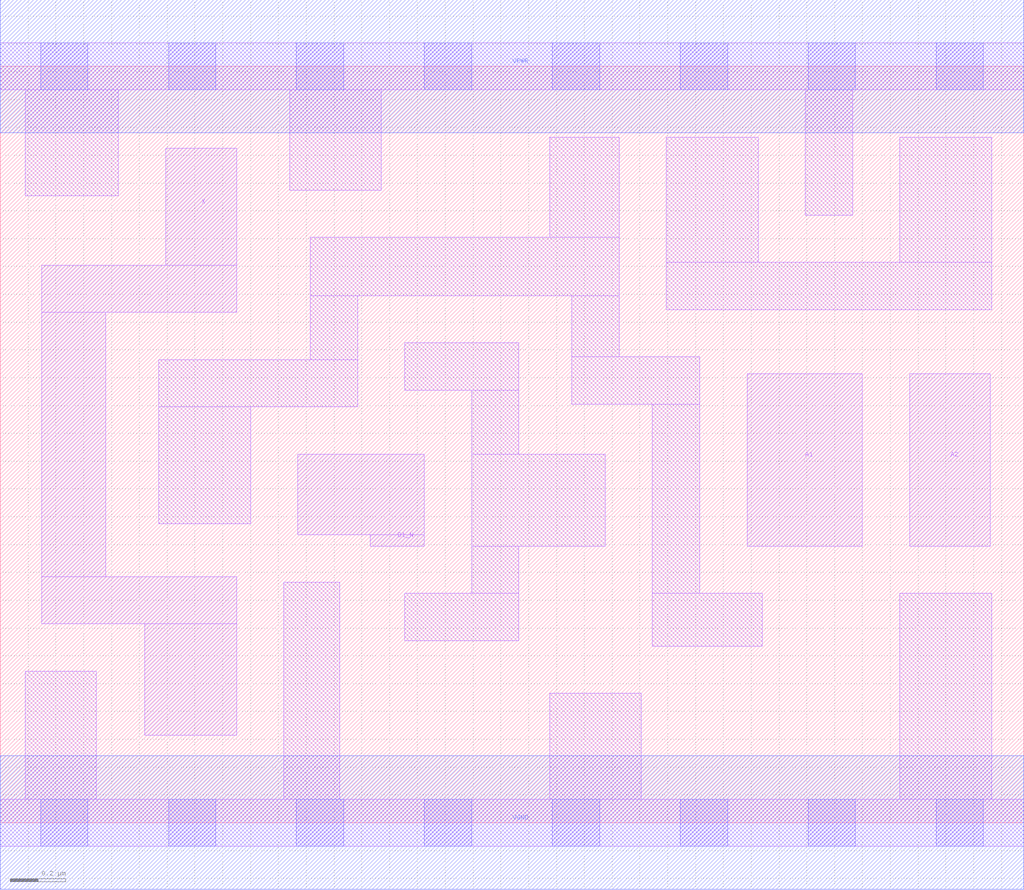
<source format=lef>
# Copyright 2020 The SkyWater PDK Authors
#
# Licensed under the Apache License, Version 2.0 (the "License");
# you may not use this file except in compliance with the License.
# You may obtain a copy of the License at
#
#     https://www.apache.org/licenses/LICENSE-2.0
#
# Unless required by applicable law or agreed to in writing, software
# distributed under the License is distributed on an "AS IS" BASIS,
# WITHOUT WARRANTIES OR CONDITIONS OF ANY KIND, either express or implied.
# See the License for the specific language governing permissions and
# limitations under the License.
#
# SPDX-License-Identifier: Apache-2.0

VERSION 5.7 ;
  NAMESCASESENSITIVE ON ;
  NOWIREEXTENSIONATPIN ON ;
  DIVIDERCHAR "/" ;
  BUSBITCHARS "[]" ;
UNITS
  DATABASE MICRONS 200 ;
END UNITS
MACRO sky130_fd_sc_hd__a21bo_2
  CLASS CORE ;
  FOREIGN sky130_fd_sc_hd__a21bo_2 ;
  ORIGIN  0.000000  0.000000 ;
  SIZE  3.680000 BY  2.720000 ;
  SYMMETRY X Y R90 ;
  SITE unithd ;
  PIN A1
    ANTENNAGATEAREA  0.247500 ;
    DIRECTION INPUT ;
    USE SIGNAL ;
    PORT
      LAYER li1 ;
        RECT 2.685000 0.995000 3.100000 1.615000 ;
    END
  END A1
  PIN A2
    ANTENNAGATEAREA  0.247500 ;
    DIRECTION INPUT ;
    USE SIGNAL ;
    PORT
      LAYER li1 ;
        RECT 3.270000 0.995000 3.560000 1.615000 ;
    END
  END A2
  PIN B1_N
    ANTENNAGATEAREA  0.126000 ;
    DIRECTION INPUT ;
    USE SIGNAL ;
    PORT
      LAYER li1 ;
        RECT 1.070000 1.035000 1.525000 1.325000 ;
        RECT 1.330000 0.995000 1.525000 1.035000 ;
    END
  END B1_N
  PIN X
    ANTENNADIFFAREA  0.462000 ;
    DIRECTION OUTPUT ;
    USE SIGNAL ;
    PORT
      LAYER li1 ;
        RECT 0.150000 0.715000 0.850000 0.885000 ;
        RECT 0.150000 0.885000 0.380000 1.835000 ;
        RECT 0.150000 1.835000 0.850000 2.005000 ;
        RECT 0.520000 0.315000 0.850000 0.715000 ;
        RECT 0.595000 2.005000 0.850000 2.425000 ;
    END
  END X
  PIN VGND
    DIRECTION INOUT ;
    SHAPE ABUTMENT ;
    USE GROUND ;
    PORT
      LAYER met1 ;
        RECT 0.000000 -0.240000 3.680000 0.240000 ;
    END
  END VGND
  PIN VPWR
    DIRECTION INOUT ;
    SHAPE ABUTMENT ;
    USE POWER ;
    PORT
      LAYER met1 ;
        RECT 0.000000 2.480000 3.680000 2.960000 ;
    END
  END VPWR
  OBS
    LAYER li1 ;
      RECT 0.000000 -0.085000 3.680000 0.085000 ;
      RECT 0.000000  2.635000 3.680000 2.805000 ;
      RECT 0.090000  0.085000 0.345000 0.545000 ;
      RECT 0.090000  2.255000 0.425000 2.635000 ;
      RECT 0.570000  1.075000 0.900000 1.495000 ;
      RECT 0.570000  1.495000 1.285000 1.665000 ;
      RECT 1.020000  0.085000 1.220000 0.865000 ;
      RECT 1.040000  2.275000 1.370000 2.635000 ;
      RECT 1.115000  1.665000 1.285000 1.895000 ;
      RECT 1.115000  1.895000 2.225000 2.105000 ;
      RECT 1.455000  0.655000 1.865000 0.825000 ;
      RECT 1.455000  1.555000 1.865000 1.725000 ;
      RECT 1.695000  0.825000 1.865000 0.995000 ;
      RECT 1.695000  0.995000 2.175000 1.325000 ;
      RECT 1.695000  1.325000 1.865000 1.555000 ;
      RECT 1.975000  0.085000 2.305000 0.465000 ;
      RECT 1.975000  2.105000 2.225000 2.465000 ;
      RECT 2.055000  1.505000 2.515000 1.675000 ;
      RECT 2.055000  1.675000 2.225000 1.895000 ;
      RECT 2.345000  0.635000 2.740000 0.825000 ;
      RECT 2.345000  0.825000 2.515000 1.505000 ;
      RECT 2.395000  1.845000 3.565000 2.015000 ;
      RECT 2.395000  2.015000 2.725000 2.465000 ;
      RECT 2.895000  2.185000 3.065000 2.635000 ;
      RECT 3.235000  0.085000 3.565000 0.825000 ;
      RECT 3.235000  2.015000 3.565000 2.465000 ;
    LAYER mcon ;
      RECT 0.145000 -0.085000 0.315000 0.085000 ;
      RECT 0.145000  2.635000 0.315000 2.805000 ;
      RECT 0.605000 -0.085000 0.775000 0.085000 ;
      RECT 0.605000  2.635000 0.775000 2.805000 ;
      RECT 1.065000 -0.085000 1.235000 0.085000 ;
      RECT 1.065000  2.635000 1.235000 2.805000 ;
      RECT 1.525000 -0.085000 1.695000 0.085000 ;
      RECT 1.525000  2.635000 1.695000 2.805000 ;
      RECT 1.985000 -0.085000 2.155000 0.085000 ;
      RECT 1.985000  2.635000 2.155000 2.805000 ;
      RECT 2.445000 -0.085000 2.615000 0.085000 ;
      RECT 2.445000  2.635000 2.615000 2.805000 ;
      RECT 2.905000 -0.085000 3.075000 0.085000 ;
      RECT 2.905000  2.635000 3.075000 2.805000 ;
      RECT 3.365000 -0.085000 3.535000 0.085000 ;
      RECT 3.365000  2.635000 3.535000 2.805000 ;
  END
END sky130_fd_sc_hd__a21bo_2
END LIBRARY

</source>
